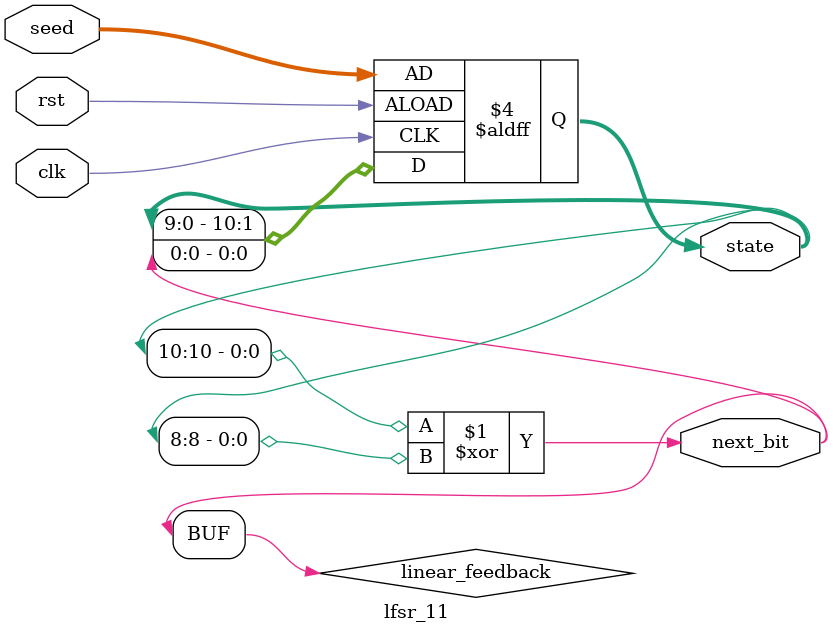
<source format=v>
module lfsr_11(next_bit, state, seed, clk, rst);
	output next_bit; 
	output [10:0] state;
	reg [10:0] state;
	input [10:0] seed;
	input clk, rst;
	
	wire linear_feedback;

	// The next bit is the xor of bits 11 and 9
	assign linear_feedback =  state[10] ^ state[8];
	assign next_bit = linear_feedback;
	
	always @(posedge clk or negedge rst)
	if (!rst) 
	begin // active low reset
	  state <= seed ;
	end 
	else
	begin
	 state <= {
				state[10],
				state[9],
				state[8],
				state[7],
				state[6],
				state[5],
				state[4],
				state[3],
				state[2],
				state[1],
				state[0],
				linear_feedback};
	 end 
 
 endmodule 

</source>
